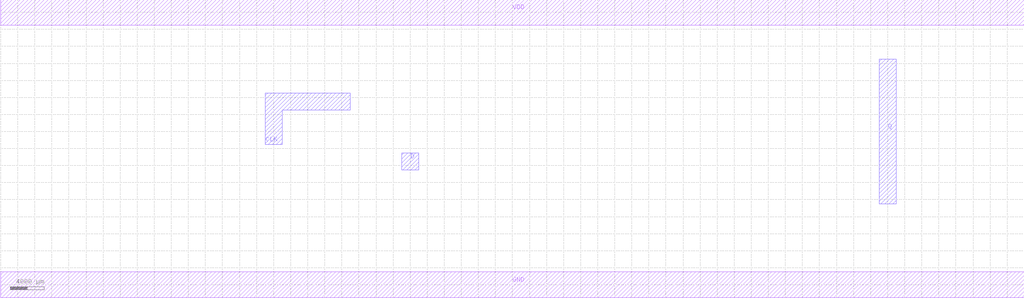
<source format=lef>
MACRO DFFPOSX1
 CLASS CORE ;
 ORIGIN 0 0 ;
 FOREIGN DFFPOSX1 0 0 ;
 SITE CORE ;
 SYMMETRY X Y R90 ;
  PIN VDD
   DIRECTION INOUT ;
   USE SIGNAL ;
   SHAPE ABUTMENT ;
    PORT
     CLASS CORE ;
       LAYER metal1 ;
        RECT 0.00000000 30500.00000000 120000.00000000 33500.00000000 ;
    END
  END VDD

  PIN GND
   DIRECTION INOUT ;
   USE SIGNAL ;
   SHAPE ABUTMENT ;
    PORT
     CLASS CORE ;
       LAYER metal1 ;
        RECT 0.00000000 -1500.00000000 120000.00000000 1500.00000000 ;
    END
  END GND

  PIN D
   DIRECTION INOUT ;
   USE SIGNAL ;
   SHAPE ABUTMENT ;
    PORT
     CLASS CORE ;
       LAYER metal2 ;
        RECT 47000.00000000 13500.00000000 49000.00000000 15500.00000000 ;
    END
  END D

  PIN CLK
   DIRECTION INOUT ;
   USE SIGNAL ;
   SHAPE ABUTMENT ;
    PORT
     CLASS CORE ;
       LAYER metal2 ;
        POLYGON 31000.00000000 16500.00000000 31000.00000000 22500.00000000 41000.00000000 22500.00000000 41000.00000000 20500.00000000 33000.00000000 20500.00000000 33000.00000000 16500.00000000 ;
    END
  END CLK

  PIN Q
   DIRECTION INOUT ;
   USE SIGNAL ;
   SHAPE ABUTMENT ;
    PORT
     CLASS CORE ;
       LAYER metal2 ;
        RECT 103000.00000000 9500.00000000 105000.00000000 26500.00000000 ;
    END
  END Q


END DFFPOSX1

</source>
